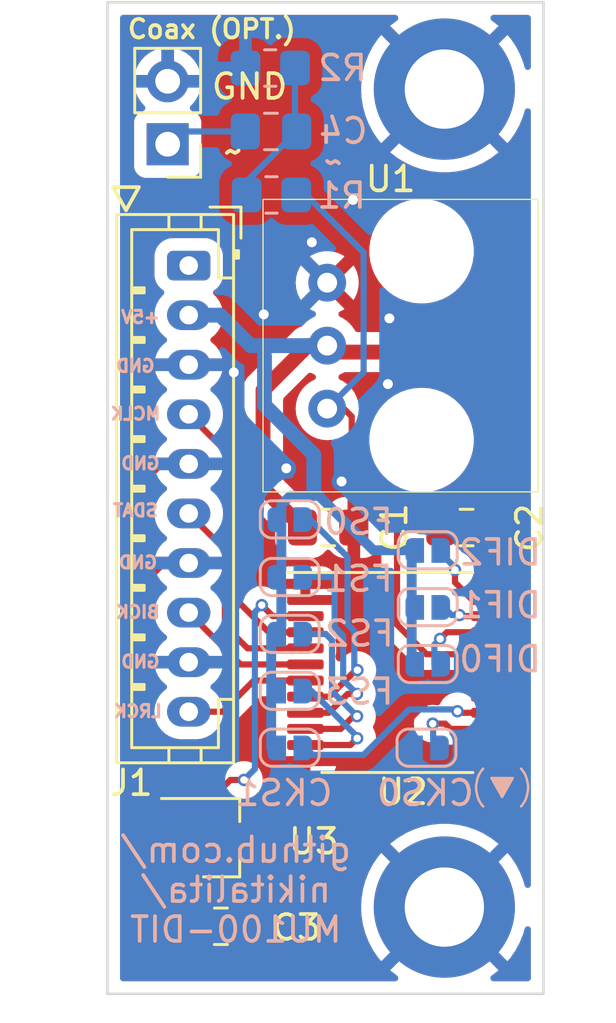
<source format=kicad_pcb>
(kicad_pcb (version 20211014) (generator pcbnew)
  (layers (0 "F.Cu" signal) (31 "B.Cu" signal) (34 "B.Paste" user) (35 "F.Paste" user) (36 "B.SilkS" user "B.Silkscreen") (37 "F.SilkS" user "F.Silkscreen") (38 "B.Mask" user) (39 "F.Mask" user) (44 "Edge.Cuts" user))
  (net 0 "")
  (net 1 "GND")
  (net 2 "+5V")
  (net 3 "/LRCK")
  (net 4 "/SDAT")
  (net 5 "/RESET")
  (net 6 "/MCLK")
  (net 7 "/FS0")
  (net 8 "/FS1")
  (net 9 "/FS2")
  (net 10 "/FS3")
  (net 11 "/TXP")
  (net 13 "/DIF0")
  (net 14 "/DIF1")
  (net 15 "/DIF2")
  (net 16 "/CKS0")
  (net 17 "/BICK")
  (net 20 "/CKS1")
  (net 23 "Net-(C4-Pad1)")
  (net 24 "Net-(C4-Pad2)")
  (footprint "Capacitor_SMD:C_0805_2012Metric_Pad1.18x1.45mm_HandSolder" (layer "F.Cu") (at 48.25 123.275)
    (fp_text reference "C3" (at 3.05 0.05) (layer "F.SilkS"))
    (fp_text value "0.1u/35V")
    (fp_line (start -0.261252 -0.735) (end 0.261252 -0.735) (layer "F.SilkS") (width 0.12))
    (fp_line (start -0.261252 0.735) (end 0.261252 0.735) (layer "F.SilkS") (width 0.12))
    (pad "1" smd roundrect (at -1.0375 0) (size 1.175 1.45) (layers "F.Cu" "F.Paste" "F.Mask") (roundrect_rratio 0.2127659574) (net 1 "GND"))
    (pad "2" smd roundrect (at 1.0375 0) (size 1.175 1.45) (layers "F.Cu" "F.Paste" "F.Mask") (roundrect_rratio 0.2127659574) (net 2 "+5V"))
  )
  (footprint "Connector_JST:JST_PH_B10B-PH-K_1x10_P2.00mm_Vertical" (layer "F.Cu") (at 46.95 96.62 -90)
    (fp_text reference "J1" (at 20.87 2.32 180) (layer "F.SilkS"))
    (fp_text value "Conn_01x10_Female")
    (fp_line (start 17.1 1.8) (end 17.1 2.3) (layer "F.SilkS") (width 0.12))
    (fp_line (start 2.9 2.3) (end 2.9 1.8) (layer "F.SilkS") (width 0.12))
    (fp_line (start 17 2.3) (end 17 1.8) (layer "F.SilkS") (width 0.12))
    (fp_line (start 10.9 2.3) (end 10.9 1.8) (layer "F.SilkS") (width 0.12))
    (fp_line (start 20.06 0.8) (end 19.45 0.8) (layer "F.SilkS") (width 0.12))
    (fp_line (start 0.5 -1.81) (end 0.5 -1.2) (layer "F.SilkS") (width 0.12))
    (fp_line (start 6.9 2.3) (end 6.9 1.8) (layer "F.SilkS") (width 0.12))
    (fp_line (start 6.9 1.8) (end 7.1 1.8) (layer "F.SilkS") (width 0.12))
    (fp_line (start 10.9 1.8) (end 11.1 1.8) (layer "F.SilkS") (width 0.12))
    (fp_line (start 16.9 2.3) (end 16.9 1.8) (layer "F.SilkS") (width 0.12))
    (fp_line (start 3.1 1.8) (end 3.1 2.3) (layer "F.SilkS") (width 0.12))
    (fp_line (start 12.9 1.8) (end 13.1 1.8) (layer "F.SilkS") (width 0.12))
    (fp_line (start 14.9 2.3) (end 14.9 1.8) (layer "F.SilkS") (width 0.12))
    (fp_line (start 1 2.3) (end 1 1.8) (layer "F.SilkS") (width 0.12))
    (fp_line (start 7.1 1.8) (end 7.1 2.3) (layer "F.SilkS") (width 0.12))
    (fp_line (start 16.9 1.8) (end 17.1 1.8) (layer "F.SilkS") (width 0.12))
    (fp_line (start 11 2.3) (end 11 1.8) (layer "F.SilkS") (width 0.12))
    (fp_line (start 20.06 2.91) (end 20.06 -1.81) (layer "F.SilkS") (width 0.12))
    (fp_line (start -2.06 -1.81) (end -2.06 2.91) (layer "F.SilkS") (width 0.12))
    (fp_line (start -2.06 2.91) (end 20.06 2.91) (layer "F.SilkS") (width 0.12))
    (fp_line (start 1.1 1.8) (end 1.1 2.3) (layer "F.SilkS") (width 0.12))
    (fp_line (start -2.36 -2.11) (end -2.36 -0.86) (layer "F.SilkS") (width 0.12))
    (fp_line (start -2.06 -0.5) (end -1.45 -0.5) (layer "F.SilkS") (width 0.12))
    (fp_line (start 5 2.3) (end 5 1.8) (layer "F.SilkS") (width 0.12))
    (fp_line (start 11.1 1.8) (end 11.1 2.3) (layer "F.SilkS") (width 0.12))
    (fp_line (start 15.1 1.8) (end 15.1 2.3) (layer "F.SilkS") (width 0.12))
    (fp_line (start 9 2.3) (end 9 1.8) (layer "F.SilkS") (width 0.12))
    (fp_line (start 3 2.3) (end 3 1.8) (layer "F.SilkS") (width 0.12))
    (fp_line (start 15 2.3) (end 15 1.8) (layer "F.SilkS") (width 0.12))
    (fp_line (start 8.9 1.8) (end 9.1 1.8) (layer "F.SilkS") (width 0.12))
    (fp_line (start 0.9 2.3) (end 0.9 1.8) (layer "F.SilkS") (width 0.12))
    (fp_line (start 14.9 1.8) (end 15.1 1.8) (layer "F.SilkS") (width 0.12))
    (fp_line (start -1.45 2.3) (end 19.45 2.3) (layer "F.SilkS") (width 0.12))
    (fp_line (start 4.9 1.8) (end 5.1 1.8) (layer "F.SilkS") (width 0.12))
    (fp_line (start 0.9 1.8) (end 1.1 1.8) (layer "F.SilkS") (width 0.12))
    (fp_line (start 4.9 2.3) (end 4.9 1.8) (layer "F.SilkS") (width 0.12))
    (fp_line (start 0.5 -1.2) (end -1.45 -1.2) (layer "F.SilkS") (width 0.12))
    (fp_line (start 13.1 1.8) (end 13.1 2.3) (layer "F.SilkS") (width 0.12))
    (fp_line (start -1.11 -2.11) (end -2.36 -2.11) (layer "F.SilkS") (width 0.12))
    (fp_line (start -0.3 -2.01) (end -0.6 -2.01) (layer "F.SilkS") (width 0.12))
    (fp_line (start -2.06 0.8) (end -1.45 0.8) (layer "F.SilkS") (width 0.12))
    (fp_line (start 12.9 2.3) (end 12.9 1.8) (layer "F.SilkS") (width 0.12))
    (fp_line (start 20.06 -0.5) (end 19.45 -0.5) (layer "F.SilkS") (width 0.12))
    (fp_line (start 19.45 2.3) (end 19.45 -1.2) (layer "F.SilkS") (width 0.12))
    (fp_line (start -1.45 -1.2) (end -1.45 2.3) (layer "F.SilkS") (width 0.12))
    (fp_line (start 9.1 1.8) (end 9.1 2.3) (layer "F.SilkS") (width 0.12))
    (fp_line (start 2.9 1.8) (end 3.1 1.8) (layer "F.SilkS") (width 0.12))
    (fp_line (start 8.9 2.3) (end 8.9 1.8) (layer "F.SilkS") (width 0.12))
    (fp_line (start -0.3 -1.91) (end -0.6 -1.91) (layer "F.SilkS") (width 0.12))
    (fp_line (start 20.06 -1.81) (end -2.06 -1.81) (layer "F.SilkS") (width 0.12))
    (fp_line (start 17.5 -1.2) (end 17.5 -1.81) (layer "F.SilkS") (width 0.12))
    (fp_line (start 5.1 1.8) (end 5.1 2.3) (layer "F.SilkS") (width 0.12))
    (fp_line (start 13 2.3) (end 13 1.8) (layer "F.SilkS") (width 0.12))
    (fp_line (start 7 2.3) (end 7 1.8) (layer "F.SilkS") (width 0.12))
    (fp_line (start -0.3 -1.81) (end -0.3 -2.01) (layer "F.SilkS") (width 0.12))
    (fp_line (start 19.45 -1.2) (end 17.5 -1.2) (layer "F.SilkS") (width 0.12))
    (fp_line (start -0.6 -2.01) (end -0.6 -1.81) (layer "F.SilkS") (width 0.12))
    (pad "1" thru_hole roundrect (at 0 0 270) (size 1.2 1.75) (drill 0.75) (layers *.Cu *.Mask) (roundrect_rratio 0.2083333333))
    (pad "2" thru_hole oval (at 2 0 270) (size 1.2 1.75) (drill 0.75) (layers *.Cu *.Mask) (net 2 "+5V"))
    (pad "3" thru_hole oval (at 4 0 270) (size 1.2 1.75) (drill 0.75) (layers *.Cu *.Mask) (net 1 "GND"))
    (pad "4" thru_hole oval (at 6 0 270) (size 1.2 1.75) (drill 0.75) (layers *.Cu *.Mask) (net 6 "/MCLK"))
    (pad "5" thru_hole oval (at 8 0 270) (size 1.2 1.75) (drill 0.75) (layers *.Cu *.Mask) (net 1 "GND"))
    (pad "6" thru_hole oval (at 10 0 270) (size 1.2 1.75) (drill 0.75) (layers *.Cu *.Mask) (net 4 "/SDAT"))
    (pad "7" thru_hole oval (at 12 0 270) (size 1.2 1.75) (drill 0.75) (layers *.Cu *.Mask) (net 1 "GND"))
    (pad "8" thru_hole oval (at 14 0 270) (size 1.2 1.75) (drill 0.75) (layers *.Cu *.Mask) (net 17 "/BICK"))
    (pad "9" thru_hole oval (at 16 0 270) (size 1.2 1.75) (drill 0.75) (layers *.Cu *.Mask) (net 1 "GND"))
    (pad "10" thru_hole oval (at 18 0 270) (size 1.2 1.75) (drill 0.75) (layers *.Cu *.Mask) (net 3 "/LRCK"))
  )
  (footprint "Package_SO:TSSOP-24_6.1x7.8mm_P0.65mm" (layer "F.Cu") (at 55.372 113.036427)
    (fp_text reference "U2" (at 0.228 4.813573 180) (layer "F.SilkS"))
    (fp_text value "AK4103A")
    (fp_line (start 0 4.035) (end -3.05 4.035) (layer "F.SilkS") (width 0.12))
    (fp_line (start 0 4.035) (end 3.05 4.035) (layer "F.SilkS") (width 0.12))
    (fp_line (start 0 -4.035) (end 3.05 -4.035) (layer "F.SilkS") (width 0.12))
    (fp_line (start 0 -4.035) (end -4.45 -4.035) (layer "F.SilkS") (width 0.12))
    (pad "1" smd roundrect locked (at -3.7125 -3.575) (size 1.475 0.4) (layers "F.Cu" "F.Paste" "F.Mask") (net 1 "GND"))
    (pad "2" smd roundrect locked (at -3.7125 -2.925) (size 1.475 0.4) (layers "F.Cu" "F.Paste" "F.Mask") (net 1 "GND"))
    (pad "3" smd roundrect locked (at -3.7125 -2.275) (size 1.475 0.4) (layers "F.Cu" "F.Paste" "F.Mask") (net 5 "/RESET"))
    (pad "4" smd roundrect locked (at -3.7125 -1.625) (size 1.475 0.4) (layers "F.Cu" "F.Paste" "F.Mask") (net 6 "/MCLK"))
    (pad "5" smd roundrect locked (at -3.7125 -0.975) (size 1.475 0.4) (layers "F.Cu" "F.Paste" "F.Mask") (net 4 "/SDAT"))
    (pad "6" smd roundrect locked (at -3.7125 -0.325) (size 1.475 0.4) (layers "F.Cu" "F.Paste" "F.Mask") (net 17 "/BICK"))
    (pad "7" smd roundrect locked (at -3.7125 0.325) (size 1.475 0.4) (layers "F.Cu" "F.Paste" "F.Mask") (net 3 "/LRCK"))
    (pad "8" smd roundrect locked (at -3.7125 0.975) (size 1.475 0.4) (layers "F.Cu" "F.Paste" "F.Mask") (net 7 "/FS0"))
    (pad "9" smd roundrect locked (at -3.7125 1.625) (size 1.475 0.4) (layers "F.Cu" "F.Paste" "F.Mask") (net 8 "/FS1"))
    (pad "10" smd roundrect locked (at -3.7125 2.275) (size 1.475 0.4) (layers "F.Cu" "F.Paste" "F.Mask") (net 9 "/FS2"))
    (pad "11" smd roundrect locked (at -3.7125 2.925) (size 1.475 0.4) (layers "F.Cu" "F.Paste" "F.Mask") (net 10 "/FS3"))
    (pad "12" smd roundrect locked (at -3.7125 3.575) (size 1.475 0.4) (layers "F.Cu" "F.Paste" "F.Mask") (net 1 "GND"))
    (pad "13" smd roundrect locked (at 3.7125 3.575) (size 1.475 0.4) (layers "F.Cu" "F.Paste" "F.Mask"))
    (pad "14" smd roundrect locked (at 3.7125 2.925) (size 1.475 0.4) (layers "F.Cu" "F.Paste" "F.Mask"))
    (pad "15" smd roundrect locked (at 3.7125 2.275) (size 1.475 0.4) (layers "F.Cu" "F.Paste" "F.Mask") (net 16 "/CKS0"))
    (pad "16" smd roundrect locked (at 3.7125 1.625) (size 1.475 0.4) (layers "F.Cu" "F.Paste" "F.Mask") (net 20 "/CKS1"))
    (pad "17" smd roundrect locked (at 3.7125 0.975) (size 1.475 0.4) (layers "F.Cu" "F.Paste" "F.Mask") (net 2 "+5V"))
    (pad "18" smd roundrect locked (at 3.7125 0.325) (size 1.475 0.4) (layers "F.Cu" "F.Paste" "F.Mask") (net 1 "GND"))
    (pad "19" smd roundrect locked (at 3.7125 -0.325) (size 1.475 0.4) (layers "F.Cu" "F.Paste" "F.Mask"))
    (pad "20" smd roundrect locked (at 3.7125 -0.975) (size 1.475 0.4) (layers "F.Cu" "F.Paste" "F.Mask") (net 11 "/TXP"))
    (pad "21" smd roundrect locked (at 3.7125 -1.625) (size 1.475 0.4) (layers "F.Cu" "F.Paste" "F.Mask") (net 13 "/DIF0"))
    (pad "22" smd roundrect locked (at 3.7125 -2.275) (size 1.475 0.4) (layers "F.Cu" "F.Paste" "F.Mask") (net 14 "/DIF1"))
    (pad "23" smd roundrect locked (at 3.7125 -2.925) (size 1.475 0.4) (layers "F.Cu" "F.Paste" "F.Mask") (net 15 "/DIF2"))
    (pad "24" smd roundrect locked (at 3.7125 -3.575) (size 1.475 0.4) (layers "F.Cu" "F.Paste" "F.Mask"))
  )
  (footprint "MountingHole:MountingHole_3.2mm_M3_ISO7380_Pad_TopBottom" (layer "F.Cu") (at 57.27 89.5)
    (fp_text reference "H1" hide)
    (fp_text value "MountingHole_Pad")
    (pad "1" connect circle (at 0 0) (size 5.7 5.7) (layers "F.Cu" "F.Mask") (net 1 "GND"))
    (pad "1" connect circle (at 0 0) (size 5.7 5.7) (layers "B.Cu" "B.Mask") (net 1 "GND"))
    (pad "1" thru_hole circle (at 0 0) (size 3.6 3.6) (drill 3.2) (layers *.Cu *.Mask) (net 1 "GND"))
  )
  (footprint "footprints:Toshiba_TOTX177" (layer "F.Cu") (at 54.91 96.03 -90)
    (fp_text reference "U1" (at -2.9 -0.19 180) (layer "F.SilkS"))
    (fp_text value "TOTX-177L")
    (fp_rect (start -2.08 -6.14) (end 9.72 4.96) (layer "F.SilkS") (width 0.05) (fill none))
    (pad "" np_thru_hole circle (at 0.01 -1.44 270) (size 3.2 3.2) (drill 3.2) (layers *.Cu *.Mask))
    (pad "" np_thru_hole circle (at 7.63 -1.44 270) (size 3.2 3.2) (drill 3.2) (layers *.Cu *.Mask))
    (pad "1" thru_hole circle (at 1.28 2.37 270) (size 1.524 1.524) (drill 0.8) (layers *.Cu *.Mask) (net 1 "GND"))
    (pad "2" thru_hole circle (at 3.82 2.37 270) (size 1.524 1.524) (drill 0.8) (layers *.Cu *.Mask) (net 2 "+5V"))
    (pad "3" thru_hole circle (at 6.36 2.37 270) (size 1.524 1.524) (drill 0.8) (layers *.Cu *.Mask) (net 11 "/TXP"))
  )
  (footprint "Capacitor_SMD:C_0805_2012Metric_Pad1.18x1.45mm_HandSolder" (layer "F.Cu") (at 58.166 107.188)
    (fp_text reference "C2" (at 2.534 0.012 90) (layer "F.SilkS"))
    (fp_text value "0.1u/35V")
    (fp_line (start -0.261252 -0.735) (end 0.261252 -0.735) (layer "F.SilkS") (width 0.12))
    (fp_line (start -0.261252 0.735) (end 0.261252 0.735) (layer "F.SilkS") (width 0.12))
    (pad "1" smd roundrect (at -1.0375 0) (size 1.175 1.45) (layers "F.Cu" "F.Paste" "F.Mask") (roundrect_rratio 0.2127659574) (net 1 "GND"))
    (pad "2" smd roundrect (at 1.0375 0) (size 1.175 1.45) (layers "F.Cu" "F.Paste" "F.Mask") (roundrect_rratio 0.2127659574) (net 2 "+5V"))
  )
  (footprint "Package_TO_SOT_SMD:SOT-23_Handsoldering" (layer "F.Cu") (at 48.25 119.7)
    (fp_text reference "U3" (at 3.75 0.15 180) (layer "F.SilkS"))
    (fp_text value "APX809S-46SR-7")
    (fp_line (start 0.76 1.58) (end -0.7 1.58) (layer "F.SilkS") (width 0.12))
    (fp_line (start 0.76 1.58) (end 0.76 0.65) (layer "F.SilkS") (width 0.12))
    (fp_line (start 0.76 -1.58) (end 0.76 -0.65) (layer "F.SilkS") (width 0.12))
    (fp_line (start 0.76 -1.58) (end -2.4 -1.58) (layer "F.SilkS") (width 0.12))
    (pad "1" smd rect (at -1.5 -0.95) (size 1.9 0.8) (layers "F.Cu" "F.Paste" "F.Mask") (net 5 "/RESET"))
    (pad "2" smd rect (at -1.5 0.95) (size 1.9 0.8) (layers "F.Cu" "F.Paste" "F.Mask") (net 1 "GND"))
    (pad "3" smd rect (at 1.5 0) (size 1.9 0.8) (layers "F.Cu" "F.Paste" "F.Mask") (net 2 "+5V"))
  )
  (footprint "Capacitor_SMD:C_0805_2012Metric_Pad1.18x1.45mm_HandSolder" (layer "F.Cu") (at 52.578 107.188 180)
    (fp_text reference "C1" (at -2.672 0 270) (layer "F.SilkS"))
    (fp_text value "0.1u/35V")
    (fp_line (start -0.261252 -0.735) (end 0.261252 -0.735) (layer "F.SilkS") (width 0.12))
    (fp_line (start -0.261252 0.735) (end 0.261252 0.735) (layer "F.SilkS") (width 0.12))
    (pad "1" smd roundrect (at -1.0375 0 180) (size 1.175 1.45) (layers "F.Cu" "F.Paste" "F.Mask") (roundrect_rratio 0.2127659574) (net 1 "GND"))
    (pad "2" smd roundrect (at 1.0375 0 180) (size 1.175 1.45) (layers "F.Cu" "F.Paste" "F.Mask") (roundrect_rratio 0.2127659574) (net 2 "+5V"))
  )
  (footprint "MountingHole:MountingHole_3.2mm_M3_ISO7380_Pad_TopBottom" (layer "F.Cu") (at 57.27 122.5)
    (fp_text reference "H2" hide)
    (fp_text value "MountingHole_Pad")
    (pad "1" connect circle (at 0 0) (size 5.7 5.7) (layers "B.Cu" "B.Mask") (net 1 "GND"))
    (pad "1" connect circle (at 0 0) (size 5.7 5.7) (layers "F.Cu" "F.Mask") (net 1 "GND"))
    (pad "1" thru_hole circle (at 0 0) (size 3.6 3.6) (drill 3.2) (layers *.Cu *.Mask) (net 1 "GND"))
  )
  (footprint "Connector_PinHeader_2.54mm:PinHeader_1x02_P2.54mm_Vertical" (layer "F.Cu") (at 46.1 91.725 180)
    (fp_text reference "J2" hide)
    (fp_text value "Conn_01x02_Male")
    (fp_line (start -1.33 3.87) (end 1.33 3.87) (layer "F.SilkS") (width 0.12))
    (fp_line (start -1.33 0) (end -1.33 -1.33) (layer "F.SilkS") (width 0.12))
    (fp_line (start 1.33 1.27) (end 1.33 3.87) (layer "F.SilkS") (width 0.12))
    (fp_line (start -1.33 -1.33) (end 0 -1.33) (layer "F.SilkS") (width 0.12))
    (fp_line (start -1.33 1.27) (end -1.33 3.87) (layer "F.SilkS") (width 0.12))
    (fp_line (start -1.33 1.27) (end 1.33 1.27) (layer "F.SilkS") (width 0.12))
    (pad "1" thru_hole rect (at 0 0 180) (size 1.7 1.7) (drill 1) (layers *.Cu *.Mask) (net 24 "Net-(C4-Pad2)"))
    (pad "2" thru_hole oval (at 0 2.54 180) (size 1.7 1.7) (drill 1) (layers *.Cu *.Mask) (net 1 "GND"))
  )
  (footprint "footprints:SolderJumper-Open_RoundedPad-custom" (layer "B.Cu") (at 51.03 111.48)
    (fp_text reference "JP3" hide)
    (fp_text value "Jumper_NO_Small")
    (fp_line (start -1.19 -0.26) (end -1.19 0.34) (layer "B.SilkS") (width 0.12))
    (fp_line (start -0.7 0.75) (end 0.76 0.75) (layer "B.SilkS") (width 0.12))
    (fp_line (start 0.7 -0.75) (end -0.78 -0.75) (layer "B.SilkS") (width 0.12))
    (fp_line (start 1.18706 0.257661) (end 1.18706 -0.342339) (layer "B.SilkS") (width 0.12))
    (fp_arc (start 1.189342 0.255081) (mid 1.07706 0.577661) (end 0.779342 0.745081) (layer "B.SilkS") (width 0.12))
    (fp_arc (start -1.192282 -0.25742) (mid -1.08 -0.58) (end -0.782282 -0.74742) (layer "B.SilkS") (width 0.12))
    (fp_arc (start 0.69706 -0.752339) (mid 1.01964 -0.640057) (end 1.18706 -0.342339) (layer "B.SilkS") (width 0.12))
    (fp_arc (start -0.7 0.75) (mid -1.02258 0.637718) (end -1.19 0.34) (layer "B.SilkS") (width 0.12))
    (pad "1" smd custom (at -0.65 0.01) (size 0.5 0.5) (layers "B.Cu" "B.Mask") (net 2 "+5V") (options (clearance outline) (anchor rect)) (primitives (gr_circle (center 0 -0.25) (end 0.25 -0.25) (width 0) (fill yes)) (gr_circle (center 0 0.25) (end 0.25 0.25) (width 0) (fill yes)) (gr_poly (pts (xy 0.5 -0.5) (xy 0 -0.5) (xy 0 0.5) (xy 0.5 0.5)) (width 0) (fill yes))))
    (pad "2" smd custom (at 0.65 0.01 180) (size 0.5 0.5) (layers "B.Cu" "B.Mask") (net 9 "/FS2") (options (clearance outline) (anchor rect)) (primitives (gr_circle (center 0 -0.25) (end 0.25 -0.25) (width 0) (fill yes)) (gr_circle (center 0 0.25) (end 0.25 0.25) (width 0) (fill yes)) (gr_poly (pts (xy 0.5 -0.5) (xy 0 -0.5) (xy 0 0.5) (xy 0.5 0.5)) (width 0) (fill yes))))
  )
  (footprint "Resistor_SMD:R_0805_2012Metric_Pad1.20x1.40mm_HandSolder" (layer "B.Cu") (at 50.29 93.77 180)
    (fp_text reference "R1" (at -2.83 -0.03) (layer "B.SilkS") (effects (justify mirror)))
    (fp_text value "330")
    (fp_line (start -0.227064 -0.735) (end 0.227064 -0.735) (layer "B.SilkS") (width 0.12))
    (fp_line (start -0.227064 0.735) (end 0.227064 0.735) (layer "B.SilkS") (width 0.12))
    (pad "1" smd roundrect (at -1 0 180) (size 1.2 1.4) (layers "B.Cu" "B.Paste" "B.Mask") (roundrect_rratio 0.2083333333) (net 11 "/TXP"))
    (pad "2" smd roundrect (at 1 0 180) (size 1.2 1.4) (layers "B.Cu" "B.Paste" "B.Mask") (roundrect_rratio 0.2083333333) (net 23 "Net-(C4-Pad1)"))
  )
  (footprint "footprints:SolderJumper-Open_RoundedPad-custom" (layer "B.Cu") (at 51.03 116.07)
    (fp_text reference "JP9" hide)
    (fp_text value "Jumper_NO_Small")
    (fp_line (start 0.7 -0.75) (end -0.78 -0.75) (layer "B.SilkS") (width 0.12))
    (fp_line (start -0.7 0.75) (end 0.76 0.75) (layer "B.SilkS") (width 0.12))
    (fp_line (start 1.18706 0.257661) (end 1.18706 -0.342339) (layer "B.SilkS") (width 0.12))
    (fp_line (start -1.19 -0.26) (end -1.19 0.34) (layer "B.SilkS") (width 0.12))
    (fp_arc (start 0.69706 -0.752339) (mid 1.01964 -0.640057) (end 1.18706 -0.342339) (layer "B.SilkS") (width 0.12))
    (fp_arc (start 1.189342 0.255081) (mid 1.07706 0.577661) (end 0.779342 0.745081) (layer "B.SilkS") (width 0.12))
    (fp_arc (start -1.192282 -0.25742) (mid -1.08 -0.58) (end -0.782282 -0.74742) (layer "B.SilkS") (width 0.12))
    (fp_arc (start -0.7 0.75) (mid -1.02258 0.637718) (end -1.19 0.34) (layer "B.SilkS") (width 0.12))
    (pad "1" smd custom (at -0.65 0.01) (size 0.5 0.5) (layers "B.Cu" "B.Mask") (net 2 "+5V") (options (clearance outline) (anchor rect)) (primitives (gr_circle (center 0 -0.25) (end 0.25 -0.25) (width 0) (fill yes)) (gr_circle (center 0 0.25) (end 0.25 0.25) (width 0) (fill yes)) (gr_poly (pts (xy 0.5 -0.5) (xy 0 -0.5) (xy 0 0.5) (xy 0.5 0.5)) (width 0) (fill yes))))
    (pad "2" smd custom (at 0.65 0.01 180) (size 0.5 0.5) (layers "B.Cu" "B.Mask") (net 20 "/CKS1") (options (clearance outline) (anchor rect)) (primitives (gr_circle (center 0 -0.25) (end 0.25 -0.25) (width 0) (fill yes)) (gr_circle (center 0 0.25) (end 0.25 0.25) (width 0) (fill yes)) (gr_poly (pts (xy 0.5 -0.5) (xy 0 -0.5) (xy 0 0.5) (xy 0.5 0.5)) (width 0) (fill yes))))
  )
  (footprint "footprints:SolderJumper-Open_RoundedPad-custom" (layer "B.Cu") (at 51.03 109.185)
    (fp_text reference "JP2" hide)
    (fp_text value "Jumper_NO_Small")
    (fp_line (start -0.7 0.75) (end 0.76 0.75) (layer "B.SilkS") (width 0.12))
    (fp_line (start 1.18706 0.257661) (end 1.18706 -0.342339) (layer "B.SilkS") (width 0.12))
    (fp_line (start 0.7 -0.75) (end -0.78 -0.75) (layer "B.SilkS") (width 0.12))
    (fp_line (start -1.19 -0.26) (end -1.19 0.34) (layer "B.SilkS") (width 0.12))
    (fp_arc (start 0.69706 -0.752339) (mid 1.01964 -0.640057) (end 1.18706 -0.342339) (layer "B.SilkS") (width 0.12))
    (fp_arc (start -0.7 0.75) (mid -1.02258 0.637718) (end -1.19 0.34) (layer "B.SilkS") (width 0.12))
    (fp_arc (start 1.189342 0.255081) (mid 1.07706 0.577661) (end 0.779342 0.745081) (layer "B.SilkS") (width 0.12))
    (fp_arc (start -1.192282 -0.25742) (mid -1.08 -0.58) (end -0.782282 -0.74742) (layer "B.SilkS") (width 0.12))
    (pad "1" smd custom (at -0.65 0.01) (size 0.5 0.5) (layers "B.Cu" "B.Mask") (net 2 "+5V") (options (clearance outline) (anchor rect)) (primitives (gr_circle (center 0 -0.25) (end 0.25 -0.25) (width 0) (fill yes)) (gr_circle (center 0 0.25) (end 0.25 0.25) (width 0) (fill yes)) (gr_poly (pts (xy 0.5 -0.5) (xy 0 -0.5) (xy 0 0.5) (xy 0.5 0.5)) (width 0) (fill yes))))
    (pad "2" smd custom (at 0.65 0.01 180) (size 0.5 0.5) (layers "B.Cu" "B.Mask") (net 8 "/FS1") (options (clearance outline) (anchor rect)) (primitives (gr_circle (center 0 -0.25) (end 0.25 -0.25) (width 0) (fill yes)) (gr_circle (center 0 0.25) (end 0.25 0.25) (width 0) (fill yes)) (gr_poly (pts (xy 0.5 -0.5) (xy 0 -0.5) (xy 0 0.5) (xy 0.5 0.5)) (width 0) (fill yes))))
  )
  (footprint "footprints:SolderJumper-Open_RoundedPad-custom" (layer "B.Cu") (at 56.6 108.105)
    (fp_text reference "JP7" hide)
    (fp_text value "Jumper_NO_Small")
    (fp_line (start 0.7 -0.75) (end -0.78 -0.75) (layer "B.SilkS") (width 0.12))
    (fp_line (start 1.18706 0.257661) (end 1.18706 -0.342339) (layer "B.SilkS") (width 0.12))
    (fp_line (start -1.19 -0.26) (end -1.19 0.34) (layer "B.SilkS") (width 0.12))
    (fp_line (start -0.7 0.75) (end 0.76 0.75) (layer "B.SilkS") (width 0.12))
    (fp_arc (start -1.192282 -0.25742) (mid -1.08 -0.58) (end -0.782282 -0.74742) (layer "B.SilkS") (width 0.12))
    (fp_arc (start -0.7 0.75) (mid -1.02258 0.637718) (end -1.19 0.34) (layer "B.SilkS") (width 0.12))
    (fp_arc (start 1.189342 0.255081) (mid 1.07706 0.577661) (end 0.779342 0.745081) (layer "B.SilkS") (width 0.12))
    (fp_arc (start 0.69706 -0.752339) (mid 1.01964 -0.640057) (end 1.18706 -0.342339) (layer "B.SilkS") (width 0.12))
    (pad "1" smd custom (at -0.65 0.01) (size 0.5 0.5) (layers "B.Cu" "B.Mask") (net 2 "+5V") (options (clearance outline) (anchor rect)) (primitives (gr_circle (center 0 -0.25) (end 0.25 -0.25) (width 0) (fill yes)) (gr_circle (center 0 0.25) (end 0.25 0.25) (width 0) (fill yes)) (gr_poly (pts (xy 0.5 -0.5) (xy 0 -0.5) (xy 0 0.5) (xy 0.5 0.5)) (width 0) (fill yes))))
    (pad "2" smd custom (at 0.65 0.01 180) (size 0.5 0.5) (layers "B.Cu" "B.Mask") (net 15 "/DIF2") (options (clearance outline) (anchor rect)) (primitives (gr_circle (center 0 -0.25) (end 0.25 -0.25) (width 0) (fill yes)) (gr_circle (center 0 0.25) (end 0.25 0.25) (width 0) (fill yes)) (gr_poly (pts (xy 0.5 -0.5) (xy 0 -0.5) (xy 0 0.5) (xy 0.5 0.5)) (width 0) (fill yes))))
  )
  (footprint "footprints:SolderJumper-Open_RoundedPad-custom" (layer "B.Cu") (at 51.03 106.86)
    (fp_text reference "JP1" hide)
    (fp_text value "Jumper_NO_Small")
    (fp_line (start -0.7 0.75) (end 0.76 0.75) (layer "B.SilkS") (width 0.12))
    (fp_line (start 1.18706 0.257661) (end 1.18706 -0.342339) (layer "B.SilkS") (width 0.12))
    (fp_line (start -1.19 -0.26) (end -1.19 0.34) (layer "B.SilkS") (width 0.12))
    (fp_line (start 0.7 -0.75) (end -0.78 -0.75) (layer "B.SilkS") (width 0.12))
    (fp_arc (start -1.192282 -0.25742) (mid -1.08 -0.58) (end -0.782282 -0.74742) (layer "B.SilkS") (width 0.12))
    (fp_arc (start 0.69706 -0.752339) (mid 1.01964 -0.640057) (end 1.18706 -0.342339) (layer "B.SilkS") (width 0.12))
    (fp_arc (start -0.7 0.75) (mid -1.02258 0.637718) (end -1.19 0.34) (layer "B.SilkS") (width 0.12))
    (fp_arc (start 1.189342 0.255081) (mid 1.07706 0.577661) (end 0.779342 0.745081) (layer "B.SilkS") (width 0.12))
    (pad "1" smd custom (at -0.65 0.01) (size 0.5 0.5) (layers "B.Cu" "B.Mask") (net 2 "+5V") (options (clearance outline) (anchor rect)) (primitives (gr_circle (center 0 -0.25) (end 0.25 -0.25) (width 0) (fill yes)) (gr_circle (center 0 0.25) (end 0.25 0.25) (width 0) (fill yes)) (gr_poly (pts (xy 0.5 -0.5) (xy 0 -0.5) (xy 0 0.5) (xy 0.5 0.5)) (width 0) (fill yes))))
    (pad "2" smd custom (at 0.65 0.01 180) (size 0.5 0.5) (layers "B.Cu" "B.Mask") (net 7 "/FS0") (options (clearance outline) (anchor rect)) (primitives (gr_circle (center 0 -0.25) (end 0.25 -0.25) (width 0) (fill yes)) (gr_circle (center 0 0.25) (end 0.25 0.25) (width 0) (fill yes)) (gr_poly (pts (xy 0.5 -0.5) (xy 0 -0.5) (xy 0 0.5) (xy 0.5 0.5)) (width 0) (fill yes))))
  )
  (footprint "footprints:SolderJumper-Open_RoundedPad-custom" (layer "B.Cu") (at 56.6 110.4)
    (fp_text reference "JP6" hide)
    (fp_text value "Jumper_NO_Small")
    (fp_line (start -0.7 0.75) (end 0.76 0.75) (layer "B.SilkS") (width 0.12))
    (fp_line (start -1.19 -0.26) (end -1.19 0.34) (layer "B.SilkS") (width 0.12))
    (fp_line (start 1.18706 0.257661) (end 1.18706 -0.342339) (layer "B.SilkS") (width 0.12))
    (fp_line (start 0.7 -0.75) (end -0.78 -0.75) (layer "B.SilkS") (width 0.12))
    (fp_arc (start -0.7 0.75) (mid -1.02258 0.637718) (end -1.19 0.34) (layer "B.SilkS") (width 0.12))
    (fp_arc (start 0.69706 -0.752339) (mid 1.01964 -0.640057) (end 1.18706 -0.342339) (layer "B.SilkS") (width 0.12))
    (fp_arc (start 1.189342 0.255081) (mid 1.07706 0.577661) (end 0.779342 0.745081) (layer "B.SilkS") (width 0.12))
    (fp_arc (start -1.192282 -0.25742) (mid -1.08 -0.58) (end -0.782282 -0.74742) (layer "B.SilkS") (width 0.12))
    (pad "1" smd custom (at -0.65 0.01) (size 0.5 0.5) (layers "B.Cu" "B.Mask") (net 2 "+5V") (options (clearance outline) (anchor rect)) (primitives (gr_circle (center 0 -0.25) (end 0.25 -0.25) (width 0) (fill yes)) (gr_circle (center 0 0.25) (end 0.25 0.25) (width 0) (fill yes)) (gr_poly (pts (xy 0.5 -0.5) (xy 0 -0.5) (xy 0 0.5) (xy 0.5 0.5)) (width 0) (fill yes))))
    (pad "2" smd custom (at 0.65 0.01 180) (size 0.5 0.5) (layers "B.Cu" "B.Mask") (net 14 "/DIF1") (options (clearance outline) (anchor rect)) (primitives (gr_circle (center 0 -0.25) (end 0.25 -0.25) (width 0) (fill yes)) (gr_circle (center 0 0.25) (end 0.25 0.25) (width 0) (fill yes)) (gr_poly (pts (xy 0.5 -0.5) (xy 0 -0.5) (xy 0 0.5) (xy 0.5 0.5)) (width 0) (fill yes))))
  )
  (footprint "footprints:SolderJumper-Open_RoundedPad-custom" (layer "B.Cu") (at 56.55 116.07)
    (fp_text reference "JP8" hide)
    (fp_text value "Jumper_NO_Small")
    (fp_line (start -1.19 -0.26) (end -1.19 0.34) (layer "B.SilkS") (width 0.12))
    (fp_line (start 1.18706 0.257661) (end 1.18706 -0.342339) (layer "B.SilkS") (width 0.12))
    (fp_line (start 0.7 -0.75) (end -0.78 -0.75) (layer "B.SilkS") (width 0.12))
    (fp_line (start -0.7 0.75) (end 0.76 0.75) (layer "B.SilkS") (width 0.12))
    (fp_arc (start -1.192282 -0.25742) (mid -1.08 -0.58) (end -0.782282 -0.74742) (layer "B.SilkS") (width 0.12))
    (fp_arc (start -0.7 0.75) (mid -1.02258 0.637718) (end -1.19 0.34) (layer "B.SilkS") (width 0.12))
    (fp_arc (start 1.189342 0.255081) (mid 1.07706 0.577661) (end 0.779342 0.745081) (layer "B.SilkS") (width 0.12))
    (fp_arc (start 0.69706 -0.752339) (mid 1.01964 -0.640057) (end 1.18706 -0.342339) (layer "B.SilkS") (width 0.12))
    (pad "1" smd custom (at -0.65 0.01) (size 0.5 0.5) (layers "B.Cu" "B.Mask") (net 1 "GND") (options (clearance outline) (anchor rect)) (primitives (gr_circle (center 0 -0.25) (end 0.25 -0.25) (width 0) (fill yes)) (gr_circle (center 0 0.25) (end 0.25 0.25) (width 0) (fill yes)) (gr_poly (pts (xy 0.5 -0.5) (xy 0 -0.5) (xy 0 0.5) (xy 0.5 0.5)) (width 0) (fill yes))))
    (pad "2" smd custom (at 0.65 0.01 180) (size 0.5 0.5) (layers "B.Cu" "B.Mask") (net 16 "/CKS0") (options (clearance outline) (anchor rect)) (primitives (gr_circle (center 0 -0.25) (end 0.25 -0.25) (width 0) (fill yes)) (gr_circle (center 0 0.25) (end 0.25 0.25) (width 0) (fill yes)) (gr_poly (pts (xy 0.5 -0.5) (xy 0 -0.5) (xy 0 0.5) (xy 0.5 0.5)) (width 0) (fill yes))))
  )
  (footprint "Resistor_SMD:R_0805_2012Metric_Pad1.20x1.40mm_HandSolder" (layer "B.Cu") (at 50.24 88.65)
    (fp_text reference "R2" (at 2.92 0) (layer "B.SilkS") (effects (justify mirror)))
    (fp_text value "100")
    (fp_line (start -0.227064 0.735) (end 0.227064 0.735) (layer "B.SilkS") (width 0.12))
    (fp_line (start -0.227064 -0.735) (end 0.227064 -0.735) (layer "B.SilkS") (width 0.12))
    (pad "1" smd roundrect (at -1 0) (size 1.2 1.4) (layers "B.Cu" "B.Paste" "B.Mask") (roundrect_rratio 0.2083333333) (net 1 "GND"))
    (pad "2" smd roundrect (at 1 0) (size 1.2 1.4) (layers "B.Cu" "B.Paste" "B.Mask") (roundrect_rratio 0.2083333333) (net 23 "Net-(C4-Pad1)"))
  )
  (footprint "Capacitor_SMD:C_0805_2012Metric_Pad1.18x1.45mm_HandSolder" (layer "B.Cu") (at 50.27 91.21 180)
    (fp_text reference "C4" (at -2.92 0.02) (layer "B.SilkS") (effects (justify mirror)))
    (fp_text value "0.1u/35V")
    (fp_line (start -0.261252 -0.735) (end 0.261252 -0.735) (layer "B.SilkS") (width 0.12))
    (fp_line (start -0.261252 0.735) (end 0.261252 0.735) (layer "B.SilkS") (width 0.12))
    (pad "1" smd roundrect (at -1.0375 0 180) (size 1.175 1.45) (layers "B.Cu" "B.Paste" "B.Mask") (roundrect_rratio 0.2127659574) (net 23 "Net-(C4-Pad1)"))
    (pad "2" smd roundrect (at 1.0375 0 180) (size 1.175 1.45) (layers "B.Cu" "B.Paste" "B.Mask") (roundrect_rratio 0.2127659574) (net 24 "Net-(C4-Pad2)"))
  )
  (footprint "footprints:SolderJumper-Open_RoundedPad-custom" (layer "B.Cu") (at 56.6 112.695)
    (fp_text reference "JP5" hide)
    (fp_text value "Jumper_NO_Small")
    (fp_line (start -1.19 -0.26) (end -1.19 0.34) (layer "B.SilkS") (width 0.12))
    (fp_line (start 0.7 -0.75) (end -0.78 -0.75) (layer "B.SilkS") (width 0.12))
    (fp_line (start -0.7 0.75) (end 0.76 0.75) (layer "B.SilkS") (width 0.12))
    (fp_line (start 1.18706 0.257661) (end 1.18706 -0.342339) (layer "B.SilkS") (width 0.12))
    (fp_arc (start -1.192282 -0.25742) (mid -1.08 -0.58) (end -0.782282 -0.74742) (layer "B.SilkS") (width 0.12))
    (fp_arc (start 1.189342 0.255081) (mid 1.07706 0.577661) (end 0.779342 0.745081) (layer "B.SilkS") (width 0.12))
    (fp_arc (start 0.69706 -0.752339) (mid 1.01964 -0.640057) (end 1.18706 -0.342339) (layer "B.SilkS") (width 0.12))
    (fp_arc (start -0.7 0.75) (mid -1.02258 0.637718) (end -1.19 0.34) (layer "B.SilkS") (width 0.12))
    (pad "1" smd custom (at -0.65 0.01) (size 0.5 0.5) (layers "B.Cu" "B.Mask") (net 2 "+5V") (options (clearance outline) (anchor rect)) (primitives (gr_circle (center 0 -0.25) (end 0.25 -0.25) (width 0) (fill yes)) (gr_circle (center 0 0.25) (end 0.25 0.25) (width 0) (fill yes)) (gr_poly (pts (xy 0.5 -0.5) (xy 0 -0.5) (xy 0 0.5) (xy 0.5 0.5)) (width 0) (fill yes))))
    (pad "2" smd custom (at 0.65 0.01 180) (size 0.5 0.5) (layers "B.Cu" "B.Mask") (net 13 "/DIF0") (options (clearance outline) (anchor rect)) (primitives (gr_circle (center 0 -0.25) (end 0.25 -0.25) (width 0) (fill yes)) (gr_circle (center 0 0.25) (end 0.25 0.25) (width 0) (fill yes)) (gr_poly (pts (xy 0.5 -0.5) (xy 0 -0.5) (xy 0 0.5) (xy 0.5 0.5)) (width 0) (fill yes))))
  )
  (footprint "footprints:SolderJumper-Open_RoundedPad-custom" (layer "B.Cu") (at 51.03 113.775)
    (fp_text reference "JP4" hide)
    (fp_text value "Jumper_NO_Small")
    (fp_line (start -1.19 -0.26) (end -1.19 0.34) (layer "B.SilkS") (width 0.12))
    (fp_line (start -0.7 0.75) (end 0.76 0.75) (layer "B.SilkS") (width 0.12))
    (fp_line (start 0.7 -0.75) (end -0.78 -0.75) (layer "B.SilkS") (width 0.12))
    (fp_line (start 1.18706 0.257661) (end 1.18706 -0.342339) (layer "B.SilkS") (width 0.12))
    (fp_arc (start -0.7 0.75) (mid -1.02258 0.637718) (end -1.19 0.34) (layer "B.SilkS") (width 0.12))
    (fp_arc (start -1.192282 -0.25742) (mid -1.08 -0.58) (end -0.782282 -0.74742) (layer "B.SilkS") (width 0.12))
    (fp_arc (start 1.189342 0.255081) (mid 1.07706 0.577661) (end 0.779342 0.745081) (layer "B.SilkS") (width 0.12))
    (fp_arc (start 0.69706 -0.752339) (mid 1.01964 -0.640057) (end 1.18706 -0.342339) (layer "B.SilkS") (width 0.12))
    (pad "1" smd custom (at -0.65 0.01) (size 0.5 0.5) (layers "B.Cu" "B.Mask") (net 2 "+5V") (options (clearance outline) (anchor rect)) (primitives (gr_circle (center 0 -0.25) (end 0.25 -0.25) (width 0) (fill yes)) (gr_circle (center 0 0.25) (end 0.25 0.25) (width 0) (fill yes)) (gr_poly (pts (xy 0.5 -0.5) (xy 0 -0.5) (xy 0 0.5) (xy 0.5 0.5)) (width 0) (fill yes))))
    (pad "2" smd custom (at 0.65 0.01 180) (size 0.5 0.5) (layers "B.Cu" "B.Mask") (net 10 "/FS3") (options (clearance outline) (anchor rect)) (primitives (gr_circle (center 0 -0.25) (end 0.25 -0.25) (width 0) (fill yes)) (gr_circle (center 0 0.25) (end 0.25 0.25) (width 0) (fill yes)) (gr_poly (pts (xy 0.5 -0.5) (xy 0 -0.5) (xy 0 0.5) (xy 0.5 0.5)) (width 0) (fill yes))))
  )
  (gr_line (start 44.94 93.455) (end 44.42 94.385) (layer "F.SilkS") (width 0.15))
  (gr_line (start 44.94 93.455) (end 43.9 93.455) (layer "F.SilkS") (width 0.15))
  (gr_line (start 43.9 93.46) (end 44.42 94.39) (layer "F.SilkS") (width 0.15))
  (gr_rect (start 43.67 86) (end 61.27 126) (layer "Edge.Cuts") (width 0.1) (fill none))
  (gr_text "GND" (at 44.8 100.67) (layer "B.SilkS") (effects (font (size 0.5 0.5)) (justify mirror)))
  (gr_text "GND" (at 45 112.6) (layer "B.SilkS") (effects (font (size 0.5 0.5)) (justify mirror)))
  (gr_text "LRCK" (at 44.9 114.6) (layer "B.SilkS") (effects (font (size 0.5 0.5)) (justify mirror)))
  (gr_text "CKS0" (at 56.5 117.9) (layer "B.SilkS") (effects (font (size 1 1)) (justify mirror)))
  (gr_text "(▼)" (at 59.6 117.6) (layer "B.SilkS") (effects (font (size 1 1) (thickness 0.1)) (justify mirror)))
  (gr_text "DIF0" (at 59.519524 112.5) (layer "B.SilkS") (effects (font (size 1 1)) (justify mirror)))
  (gr_text "DIF2" (at 59.519524 108.195) (layer "B.SilkS") (effects (font (size 1 1)) (justify mirror)))
  (gr_text "~" (at 52.75 92.42) (layer "B.SilkS") (effects (font (size 1 1)) (justify mirror)))
  (gr_text "MCLK" (at 44.8 102.6) (layer "B.SilkS") (effects (font (size 0.5 0.5)) (justify mirror)))
  (gr_text "BICK" (at 44.9 110.6) (layer "B.SilkS") (effects (font (size 0.5 0.5)) (justify mirror)))
  (gr_text "GND" (at 44.9 108.6) (layer "B.SilkS") (effects (font (size 0.5 0.5)) (justify mirror)))
  (gr_text "FS2" (at 53.84 111.47) (layer "B.SilkS") (effects (font (size 1 1)) (justify mirror)))
  (gr_text "GND" (at 45 104.6) (layer "B.SilkS") (effects (font (size 0.5 0.5)) (justify mirror)))
  (gr_text "github.com/\nnikitalita/\nMU100-DIT" (at 48.85 121.8) (layer "B.SilkS") (effects (font (size 1 1)) (justify mirror)))
  (gr_text "FS0" (at 53.8 106.96) (layer "B.SilkS") (effects (font (size 1 1)) (justify mirror)))
  (gr_text "SDAT" (at 44.8 106.5) (layer "B.SilkS") (effects (font (size 0.5 0.5)) (justify mirror)))
  (gr_text "+5V" (at 45 98.7) (layer "B.SilkS") (effects (font (size 0.5 0.5)) (justify mirror)))
  (gr_text "DIF1" (at 59.519524 110.325) (layer "B.SilkS") (effects (font (size 1 1)) (justify mirror)))
  (gr_text "FS3" (at 53.83 113.81) (layer "B.SilkS") (effects (font (size 1 1)) (justify mirror)))
  (gr_text "CKS1" (at 50.8 117.9) (layer "B.SilkS") (effects (font (size 1 1)) (justify mirror)))
  (gr_text "FS1" (at 53.8 109.26) (layer "B.SilkS") (effects (font (size 1 1)) (justify mirror)))
  (gr_text "GND" (at 49.41 89.4) (layer "F.SilkS") (effects (font (size 1 1))))
  (gr_text "Coax (OPT.)" (at 47.88 87.08) (layer "F.SilkS") (effects (font (size 0.75 0.75))))
  (gr_text " ~" (at 48.37 92) (layer "F.SilkS") (effects (font (size 1 1))))
  (segment (start 49.575 115.95) (end 46.075 115.95) (width 0.4) (layer "F.Cu") (net 1))
  (segment (start 52.911427 110.111427) (end 53.05 110.25) (width 0.4) (layer "F.Cu") (net 1))
  (segment (start 54.038573 116.611427) (end 51.6595 116.611427) (width 0.4) (layer "F.Cu") (net 1))
  (segment (start 51.6595 109.461427) (end 53.05 109.461427) (width 0.4) (layer "F.Cu") (net 1))
  (segment (start 44.508 110.294) (end 45.212 110.998) (width 0.4) (layer "F.Cu") (net 1))
  (segment (start 55.75 114.35) (end 55.75 114.9) (width 0.4) (layer "F.Cu") (net 1))
  (segment (start 46.95 104.62) (end 45.748 104.62) (width 0.4) (layer "F.Cu") (net 1))
  (segment (start 44.4 105.968) (end 44.4 110.07) (width 0.4) (layer "F.Cu") (net 1))
  (segment (start 57.798573 113.351427) (end 58.5955 113.351427) (width 0.4) (layer "F.Cu") (net 1))
  (segment (start 45.212 115.087) (end 45.212 112.522) (width 0.4) (layer "F.Cu") (net 1))
  (segment (start 54.076573 116.611427) (end 57.088 113.6) (width 0.4) (layer "F.Cu") (net 1))
  (segment (start 46.95 100.62) (end 45.176 100.62) (width 0.4) (layer "F.Cu") (net 1))
  (segment (start 45.31 112.62) (end 45.212 112.522) (width 0.4) (layer "F.Cu") (net 1))
  (segment (start 45.176 100.62) (end 44.4 101.396) (width 0.4) (layer "F.Cu") (net 1))
  (segment (start 51.6595 116.611427) (end 50.236427 116.611427) (width 0.4) (layer "F.Cu") (net 1))
  (segment (start 51.6595 110.111427) (end 52.911427 110.111427) (width 0.4) (layer "F.Cu") (net 1))
  (segment (start 57.55 113.6) (end 57.798573 113.351427) (width 0.4) (layer "F.Cu") (net 1))
  (segment (start 57.088 113.6) (end 57.55 113.6) (width 0.4) (layer "F.Cu") (net 1))
  (segment (start 44.4 110.07) (end 44.508 110.178) (width 0.4) (layer "F.Cu") (net 1))
  (segment (start 53.05 110.46) (end 54.83 112.24) (width 0.4) (layer "F.Cu") (net 1))
  (segment (start 45.748 104.62) (end 44.4 105.968) (width 0.4) (layer "F.Cu") (net 1))
  (segment (start 54.83 112.24) (end 54.83 113.48) (width 0.4) (layer "F.Cu") (net 1))
  (segment (start 44.508 110.178) (end 44.508 110.294) (width 0.4) (layer "F.Cu") (net 1))
  (segment (start 50.236427 116.611427) (end 49.575 115.95) (width 0.4) (layer "F.Cu") (net 1))
  (segment (start 53.05 110.25) (end 53.05 110.46) (width 0.4) (layer "F.Cu") (net 1))
  (segment (start 45.212 110.998) (end 45.212 112.522) (width 0.4) (layer "F.Cu") (net 1))
  (segment (start 55.75 114.9) (end 54.038573 116.611427) (width 0.4) (layer "F.Cu") (net 1))
  (segment (start 46.075 115.95) (end 45.212 115.087) (width 0.4) (layer "F.Cu") (net 1))
  (segment (start 45.85 108.62) (end 44.4 110.07) (width 0.4) (layer "F.Cu") (net 1))
  (segment (start 44.4 101.396) (end 44.4 105.968) (width 0.4) (layer "F.Cu") (net 1))
  (segment (start 53.05 109.461427) (end 53.05 110.25) (width 0.4) (layer "F.Cu") (net 1))
  (segment (start 46.95 108.62) (end 45.85 108.62) (width 0.4) (layer "F.Cu") (net 1))
  (segment (start 54.83 113.48) (end 55.65 114.3) (width 0.4) (layer "F.Cu") (net 1))
  (segment (start 46.95 112.62) (end 45.31 112.62) (width 0.4) (layer "F.Cu") (net 1))
  (via (at 53.12 105.33) (size 0.8) (drill 0.4) (layers "F.Cu" "B.Cu") (net 1))
  (via (at 48.77 100.93) (size 0.8) (drill 0.4) (layers "F.Cu" "B.Cu") (net 1))
  (via (at 49.98 98.59) (size 0.8) (drill 0.4) (layers "F.Cu" "B.Cu") (net 1))
  (via (at 53.58 93.97) (size 0.8) (drill 0.4) (layers "F.Cu" "B.Cu") (net 1))
  (via (at 54.99 101.4) (size 0.8) (drill 0.4) (layers "F.Cu" "B.Cu") (net 1))
  (via (at 50.89 104.8) (size 0.8) (drill 0.4) (layers "F.Cu" "B.Cu") (net 1))
  (via (at 55.05 98.75) (size 0.8) (drill 0.4) (layers "F.Cu" "B.Cu") (net 1))
  (via (at 51.92 95.68) (size 0.8) (drill 0.4) (layers "F.Cu" "B.Cu") (net 1))
  (segment (start 52.71 97.31) (end 52.54 97.31) (width 0.25) (layer "B.Cu") (net 1))
  (segment (start 60.01 101.51) (end 58.61 100.11) (width 0.6) (layer "F.Cu") (net 2))
  (segment (start 51.75 99.85) (end 49.95 101.65) (width 0.6) (layer "F.Cu") (net 2))
  (segment (start 60.01 106.36) (end 60.01 101.51) (width 0.6) (layer "F.Cu") (net 2))
  (segment (start 49.475 119.975) (end 49.475 122.9625) (width 0.4) (layer "F.Cu") (net 2))
  (segment (start 59.988573 114.011427) (end 60.238573 114.011427) (width 0.4) (layer "F.Cu") (net 2))
  (segment (start 60.5 117.45) (end 59.35 118.6) (width 0.4) (layer "F.Cu") (net 2))
  (segment (start 52.291 99.85) (end 51.75 99.85) (width 0.6) (layer "F.Cu") (net 2))
  (segment (start 60.28 114.01) (end 60.48 113.81) (width 0.5) (layer "F.Cu") (net 2))
  (segment (start 49.475 122.9625) (end 49.2875 123.15) (width 0.4) (layer "F.Cu") (net 2))
  (segment (start 60.5 114.272854) (end 60.5 117.45) (width 0.4) (layer "F.Cu") (net 2))
  (segment (start 60.238573 114.011427) (end 60.5 114.272854) (width 0.4) (layer "F.Cu") (net 2))
  (segment (start 60.45 113.78) (end 60.45 108.6885) (width 0.5) (layer "F.Cu") (net 2))
  (segment (start 49.95 101.65) (end 49.95 105.5975) (width 0.6) (layer "F.Cu") (net 2))
  (segment (start 60.45 108.6885) (end 58.9495 107.188) (width 0.5) (layer "F.Cu") (net 2))
  (segment (start 59.436 106.934) (end 60.01 106.36) (width 0.6) (layer "F.Cu") (net 2))
  (segment (start 60.5 114.272854) (end 60.5 113.83) (width 0.4) (layer "F.Cu") (net 2))
  (segment (start 60.5 113.83) (end 60.48 113.81) (width 0.4) (layer "F.Cu") (net 2))
  (segment (start 49.75 119.7) (end 49.475 119.975) (width 0.4) (layer "F.Cu") (net 2))
  (segment (start 60.238573 114.011427) (end 59.0845 114.011427) (width 0.4) (layer "F.Cu") (net 2))
  (segment (start 60.48 113.81) (end 60.45 113.78) (width 0.5) (layer "F.Cu") (net 2))
  (segment (start 58.61 100.11) (end 52.8 100.11) (width 0.6) (layer "F.Cu") (net 2))
  (segment (start 50.85 118.6) (end 49.75 119.7) (width 0.4) (layer "F.Cu") (net 2))
  (segment (start 49.95 105.5975) (end 51.5405 107.188) (width 0.6) (layer "F.Cu") (net 2))
  (segment (start 59.35 118.6) (end 50.85 118.6) (width 0.4) (layer "F.Cu") (net 2))
  (segment (start 52.8 100.11) (end 52.54 99.85) (width 0.6) (layer "F.Cu") (net 2))
  (segment (start 50.01 100.28) (end 50.01 102.255) (width 0.6) (layer "B.Cu") (net 2))
  (segment (start 50.01 102.255) (end 52 104.245) (width 0.6) (layer "B.Cu") (net 2))
  (segment (start 50.69 108.885) (end 50.69 106.265704) (width 0.4) (layer "B.Cu") (net 2))
  (segment (start 49.45 99.85) (end 52.54 99.85) (width 0.6) (layer "B.Cu") (net 2))
  (segment (start 50.69 111.18) (end 50.69 109.505) (width 0.4) (layer "B.Cu") (net 2))
  (segment (start 50.38 109.195) (end 50.69 108.885) (width 0.4) (layer "B.Cu") (net 2))
  (segment (start 46.95 98.62) (end 48.22 98.62) (width 0.6) (layer "B.Cu") (net 2))
  (segment (start 51.045704 105.91) (end 52.21 105.91) (width 0.4) (layer "B.Cu") (net 2))
  (segment (start 50.38 111.49) (end 50.69 111.18) (width 0.4) (layer "B.Cu") (net 2))
  (segment (start 52.21 105.91) (end 54.405 108.105) (width 0.4) (layer "B.Cu") (net 2))
  (segment (start 54.405 108.105) (end 55.95 108.105) (width 0.4) (layer "B.Cu") (net 2))
  (segment (start 50.3625 116.07) (end 50.28 115.9875) (width 0.4) (layer "B.Cu") (net 2))
  (segment (start 50.69 109.505) (end 50.38 109.195) (width 0.4) (layer "B.Cu") (net 2))
  (segment (start 50.28 116.08) (end 50.3 116.1) (width 0.4) (layer "B.Cu") (net 2))
  (segment (start 50.69 106.265704) (end 51.045704 105.91) (width 0.4) (layer "B.Cu") (net 2))
  (segment (start 48.22 98.62) (end 49.45 99.85) (width 0.6) (layer "B.Cu") (net 2))
  (segment (start 50.28 115.9875) (end 50.28 111.49) (width 0.4) (layer "B.Cu") (net 2))
  (segment (start 55.95 108.105) (end 55.95 112.705) (width 0.4) (layer "B.Cu") (net 2))
  (segment (start 52 104.25) (end 52 105.79) (width 0.6) (layer "B.Cu") (net 2))
  (segment (start 49.580357 113.361427) (end 48.321784 114.62) (width 0.25) (layer "F.Cu") (net 3))
  (segment (start 51.6595 113.361427) (end 49.580357 113.361427) (width 0.25) (layer "F.Cu") (net 3))
  (segment (start 48.321784 114.62) (end 46.95 114.62) (width 0.25) (layer "F.Cu") (net 3))
  (segment (start 48.41 108.08) (end 48.41 111.148) (width 0.25) (layer "F.Cu") (net 4))
  (segment (start 46.95 106.62) (end 48.41 108.08) (width 0.25) (layer "F.Cu") (net 4))
  (segment (start 49.323427 112.061427) (end 51.6595 112.061427) (width 0.25) (layer "F.Cu") (net 4))
  (segment (start 48.41 111.148) (end 49.323427 112.061427) (width 0.25) (layer "F.Cu") (net 4))
  (segment (start 48.63 117.37) (end 47.25 118.75) (width 0.25) (layer "F.Cu") (net 5))
  (segment (start 49.18 117.37) (end 48.63 117.37) (width 0.25) (layer "F.Cu") (net 5))
  (segment (start 50.341427 110.761427) (end 51.6595 110.761427) (width 0.25) (layer "F.Cu") (net 5))
  (segment (start 47.25 118.75) (end 46.75 118.75) (width 0.25) (layer "F.Cu") (net 5))
  (segment (start 49.9 110.32) (end 50.341427 110.761427) (width 0.25) (layer "F.Cu") (net 5))
  (via (at 49.18 117.37) (size 0.5) (drill 0.3) (layers "F.Cu" "B.Cu") (net 5))
  (via (at 49.9 110.32) (size 0.5) (drill 0.3) (layers "F.Cu" "B.Cu") (net 5))
  (segment (start 49.62 116.93) (end 49.18 117.37) (width 0.25) (layer "B.Cu") (net 5))
  (segment (start 49.62 110.6) (end 49.62 116.93) (width 0.25) (layer "B.Cu") (net 5))
  (segment (start 49.9 110.32) (end 49.62 110.6) (width 0.25) (layer "B.Cu") (net 5))
  (segment (start 49.022 104.692) (end 49.022 110.254482) (width 0.25) (layer "F.Cu") (net 6))
  (segment (start 50.178945 111.411427) (end 51.6595 111.411427) (width 0.25) (layer "F.Cu") (net 6))
  (segment (start 49.022 110.254482) (end 50.178945 111.411427) (width 0.25) (layer "F.Cu") (net 6))
  (segment (start 46.95 102.62) (end 49.022 104.692) (width 0.25) (layer "F.Cu") (net 6))
  (segment (start 52.619662 114.011427) (end 51.6595 114.011427) (width 0.25) (layer "F.Cu") (net 7))
  (segment (start 53.691089 112.94) (end 52.619662 114.011427) (width 0.25) (layer "F.Cu") (net 7))
  (segment (start 53.759978 112.94) (end 53.691089 112.94) (width 0.25) (layer "F.Cu") (net 7))
  (via (at 53.759978 112.94) (size 0.5) (drill 0.3) (layers "F.Cu" "B.Cu") (net 7))
  (segment (start 53.759978 112.94) (end 53.634998 112.81502) (width 0.25) (layer "B.Cu") (net 7))
  (segment (start 53.36 108.3725) (end 51.8475 106.86) (width 0.25) (layer "B.Cu") (net 7))
  (segment (start 53.36 111.088565) (end 53.36 108.3725) (width 0.25) (layer "B.Cu") (net 7))
  (segment (start 53.634998 111.363563) (end 53.36 111.088565) (width 0.25) (layer "B.Cu") (net 7))
  (segment (start 53.634998 112.81502) (end 53.634998 111.363563) (width 0.25) (layer "B.Cu") (net 7))
  (segment (start 53.74199 113.9) (end 53.366807 113.9) (width 0.25) (layer "F.Cu") (net 8))
  (segment (start 52.60538 114.661427) (end 51.6595 114.661427) (width 0.25) (layer "F.Cu") (net 8))
  (segment (start 53.366807 113.9) (end 52.60538 114.661427) (width 0.25) (layer "F.Cu") (net 8))
  (via (at 53.74199 113.9) (size 0.5) (drill 0.3) (layers "F.Cu" "B.Cu") (net 8))
  (segment (start 53.185478 113.343488) (end 53.185478 111.549761) (width 0.25) (layer "B.Cu") (net 8))
  (segment (start 53.74199 113.9) (end 53.185478 113.343488) (width 0.25) (layer "B.Cu") (net 8))
  (segment (start 53.185478 111.549761) (end 52.84048 111.204762) (width 0.25) (layer "B.Cu") (net 8))
  (segment (start 52.84048 109.24048) (end 52.785 109.185) (width 0.25) (layer "B.Cu") (net 8))
  (segment (start 52.785 109.185) (end 51.8175 109.185) (width 0.25) (layer "B.Cu") (net 8))
  (segment (start 52.84048 111.204762) (end 52.84048 109.24048) (width 0.25) (layer "B.Cu") (net 8))
  (segment (start 53.743483 114.8) (end 53.6 114.8) (width 0.25) (layer "F.Cu") (net 9))
  (segment (start 53.6 114.8) (end 53.088573 115.311427) (width 0.25) (layer "F.Cu") (net 9))
  (segment (start 53.088573 115.311427) (end 51.6595 115.311427) (width 0.25) (layer "F.Cu") (net 9))
  (via (at 53.743483 114.8) (size 0.5) (drill 0.3) (layers "F.Cu" "B.Cu") (net 9))
  (segment (start 52.735958 111.735958) (end 52.48 111.48) (width 0.25) (layer "B.Cu") (net 9))
  (segment (start 52.735958 113.792475) (end 52.735958 111.735958) (width 0.25) (layer "B.Cu") (net 9))
  (segment (start 52.48 111.48) (end 51.9275 111.48) (width 0.25) (layer "B.Cu") (net 9))
  (segment (start 53.743483 114.8) (end 52.735958 113.792475) (width 0.25) (layer "B.Cu") (net 9))
  (segment (start 53.478573 115.961427) (end 51.6595 115.961427) (width 0.25) (layer "F.Cu") (net 10))
  (segment (start 53.75 115.69) (end 53.478573 115.961427) (width 0.25) (layer "F.Cu") (net 10))
  (via (at 53.75 115.69) (size 0.5) (drill 0.3) (layers "F.Cu" "B.Cu") (net 10))
  (segment (start 53.75 115.69) (end 53.75 115.6275) (width 0.25) (layer "B.Cu") (net 10))
  (segment (start 53.75 115.6275) (end 51.8975 113.775) (width 0.25) (layer "B.Cu") (net 10))
  (segment (start 56.55 112.3) (end 58.158066 112.3) (width 0.25) (layer "F.Cu") (net 11))
  (segment (start 55.36 106.19) (end 55.36 111.11) (width 0.25) (layer "F.Cu") (net 11))
  (segment (start 58.396639 112.061427) (end 59.0845 112.061427) (width 0.25) (layer "F.Cu") (net 11))
  (segment (start 55.36 111.11) (end 56.55 112.3) (width 0.25) (layer "F.Cu") (net 11))
  (segment (start 53.53 104.36) (end 55.36 106.19) (width 0.25) (layer "F.Cu") (net 11))
  (segment (start 58.158066 112.3) (end 58.396639 112.061427) (width 0.25) (layer "F.Cu") (net 11))
  (segment (start 53.53 102.71) (end 53.53 104.36) (width 0.25) (layer "F.Cu") (net 11))
  (segment (start 52.54 102.39) (end 53.21 102.39) (width 0.25) (layer "F.Cu") (net 11))
  (segment (start 53.21 102.39) (end 53.53 102.71) (width 0.25) (layer "F.Cu") (net 11))
  (segment (start 51.63 93.71) (end 51.27 93.71) (width 0.25) (layer "B.Cu") (net 11))
  (segment (start 54.01 100.92) (end 54.01 96.09) (width 0.25) (layer "B.Cu") (net 11))
  (segment (start 54.01 96.09) (end 51.63 93.71) (width 0.25) (layer "B.Cu") (net 11))
  (segment (start 52.54 102.39) (end 54.01 100.92) (width 0.25) (layer "B.Cu") (net 11))
  (segment (start 57.368573 111.411427) (end 59.0845 111.411427) (width 0.25) (layer "F.Cu") (net 13))
  (segment (start 57.1 111.68) (end 57.368573 111.411427) (width 0.25) (layer "F.Cu") (net 13))
  (via (at 57.1 111.68) (size 0.5) (drill 0.3) (layers "F.Cu" "B.Cu") (net 13))
  (segment (start 56.8675 111.9125) (end 56.8675 112.695) (width 0.25) (layer "B.Cu") (net 13))
  (segment (start 57.1 111.68) (end 56.8675 111.9125) (width 0.25) (layer "B.Cu") (net 13))
  (segment (start 57.921427 110.761427) (end 59.0845 110.761427) (width 0.25) (layer "F.Cu") (net 14))
  (segment (start 57.88 110.72) (end 57.921427 110.761427) (width 0.25) (layer "F.Cu") (net 14))
  (via (at 57.88 110.72) (size 0.5) (drill 0.3) (layers "F.Cu" "B.Cu") (net 14))
  (segment (start 57.56 110.72) (end 57.24 110.4) (width 0.25) (layer "B.Cu") (net 14))
  (segment (start 57.88 110.72) (end 57.56 110.72) (width 0.25) (layer "B.Cu") (net 14))
  (segment (start 57.7 108.9) (end 57.7 109.4) (width 0.25) (layer "F.Cu") (net 15))
  (segment (start 58.02248 109.737268) (end 58.396639 110.111427) (width 0.25) (layer "F.Cu") (net 15))
  (segment (start 57.7 109.4) (end 58.02248 109.72248) (width 0.25) (layer "F.Cu") (net 15))
  (segment (start 58.02248 109.72248) (end 58.02248 109.737268) (width 0.25) (layer "F.Cu") (net 15))
  (segment (start 58.396639 110.111427) (end 59.0845 110.111427) (width 0.25) (layer "F.Cu") (net 15))
  (via (at 57.7 108.9) (size 0.5) (drill 0.3) (layers "F.Cu" "B.Cu") (net 15))
  (segment (start 57.7 108.9) (end 57.7 108.8) (width 0.25) (layer "B.Cu") (net 15))
  (segment (start 57.7 108.8) (end 57.005 108.105) (width 0.25) (layer "B.Cu") (net 15))
  (segment (start 57.3 115.1) (end 57.511427 115.311427) (width 0.25) (layer "F.Cu") (net 16))
  (segment (start 57.511427 115.311427) (end 59.0845 115.311427) (width 0.25) (layer "F.Cu") (net 16))
  (segment (start 56.8 115.1) (end 57.3 115.1) (width 0.25) (layer "F.Cu") (net 16))
  (via (at 56.8 115.1) (size 0.5) (drill 0.3) (layers "F.Cu" "B.Cu") (net 16))
  (segment (start 56.8175 115.1175) (end 56.8175 116.07) (width 0.25) (layer "B.Cu") (net 16))
  (segment (start 56.8 115.1) (end 56.8175 115.1175) (width 0.25) (layer "B.Cu") (net 16))
  (segment (start 46.95 110.62) (end 49.041427 112.711427) (width 0.25) (layer "F.Cu") (net 17))
  (segment (start 49.041427 112.711427) (end 51.6595 112.711427) (width 0.25) (layer "F.Cu") (net 17))
  (segment (start 57.8 114.6) (end 57.861427 114.661427) (width 0.25) (layer "F.Cu") (net 20))
  (segment (start 57.861427 114.661427) (end 59.0845 114.661427) (width 0.25) (layer "F.Cu") (net 20))
  (via (at 57.8 114.6) (size 0.5) (drill 0.3) (layers "F.Cu" "B.Cu") (net 20))
  (segment (start 51.96 116.36) (end 51.68 116.08) (width 0.25) (layer "B.Cu") (net 20))
  (segment (start 54.01 116.36) (end 51.96 116.36) (width 0.25) (layer "B.Cu") (net 20))
  (segment (start 57.725489 114.525489) (end 55.844511 114.525489) (width 0.25) (layer "B.Cu") (net 20))
  (segment (start 57.8 114.6) (end 57.725489 114.525489) (width 0.25) (layer "B.Cu") (net 20))
  (segment (start 55.844511 114.525489) (end 54.01 116.36) (width 0.25) (layer "B.Cu") (net 20))
  (segment (start 51.24 88.65) (end 51.24 91.1425) (width 0.25) (layer "B.Cu") (net 23))
  (segment (start 49.29 93.2275) (end 51.3075 91.21) (width 0.25) (layer "B.Cu") (net 23))
  (segment (start 49.29 93.77) (end 49.29 93.2275) (width 0.25) (layer "B.Cu") (net 23))
  (segment (start 51.24 91.1425) (end 51.3075 91.21) (width 0.25) (layer "B.Cu") (net 23))
  (segment (start 46.435 91.21) (end 45.91 91.735) (width 0.25) (layer "B.Cu") (net 24))
  (segment (start 49.2325 91.21) (end 46.435 91.21) (width 0.25) (layer "B.Cu") (net 24))
  (zone (net 1) (net_name "GND") (layer "F.Cu") (connect_pads (clearance 0.508)) (min_thickness 0.254) (fill yes (thermal_gap 0.508) (thermal_bridge_width 0.508))
    (polygon (pts (xy 61.536 125.902) (xy 43.6415 125.902) (xy 43.6415 86.048) (xy 61.536 86.048)))
  )
  (zone (net 1) (net_name "GND") (layer "B.Cu") (connect_pads (clearance 0.508)) (min_thickness 0.254) (fill yes (thermal_gap 0.508) (thermal_bridge_width 0.508))
    (polygon (pts (xy 61.269352 85.906165) (xy 43.577384 85.924968) (xy 43.574101 125.912638) (xy 61.266069 125.893835)))
  )
)
</source>
